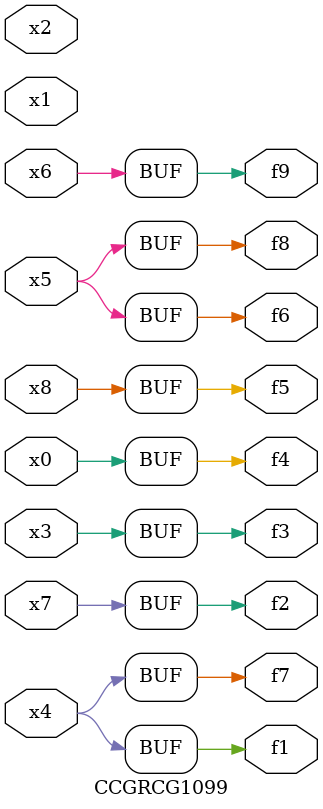
<source format=v>
module CCGRCG1099(
	input x0, x1, x2, x3, x4, x5, x6, x7, x8,
	output f1, f2, f3, f4, f5, f6, f7, f8, f9
);
	assign f1 = x4;
	assign f2 = x7;
	assign f3 = x3;
	assign f4 = x0;
	assign f5 = x8;
	assign f6 = x5;
	assign f7 = x4;
	assign f8 = x5;
	assign f9 = x6;
endmodule

</source>
